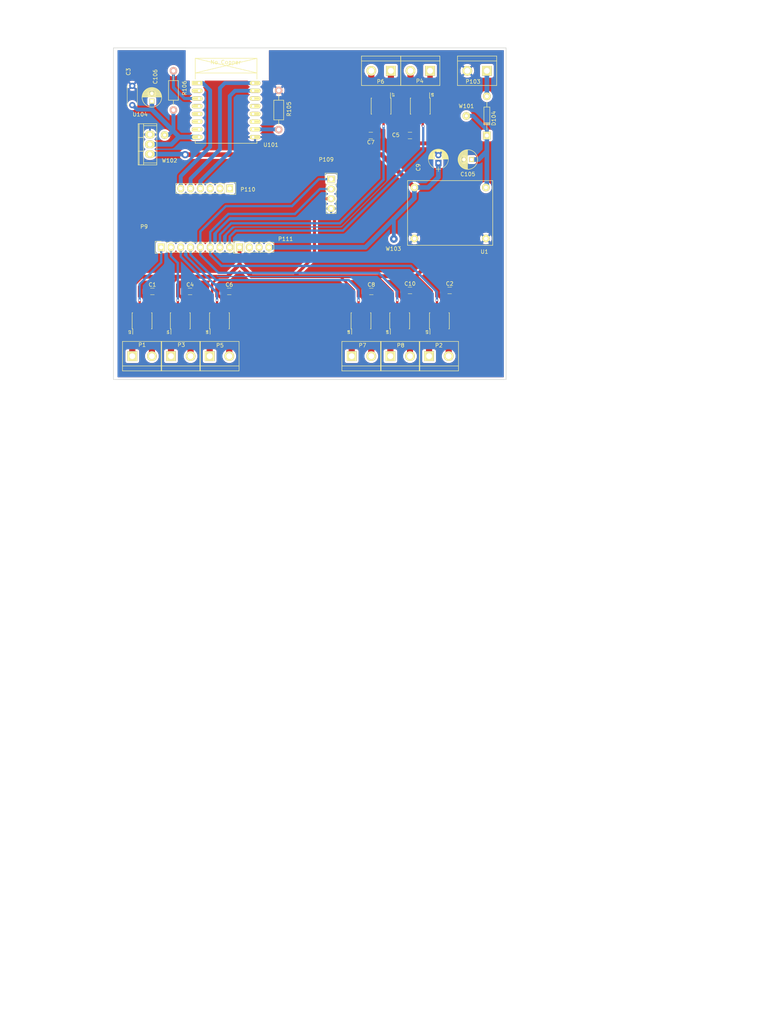
<source format=kicad_pcb>
(kicad_pcb (version 4) (host pcbnew 4.0.7-e2-6376~58~ubuntu16.04.1)
  (layers (0 F.Cu signal) (31 B.Cu signal) (34 B.Paste user) (35 F.Paste user) (36 B.SilkS user) (37 F.SilkS user) (38 B.Mask user) (39 F.Mask user) (44 Edge.Cuts user))
  (net 0 "")
  (net 1 GND)
  (net 2 /e_rx)
  (net 3 /e_tx)
  (net 4 /e_adc)
  (net 5 /e_cpd)
  (net 6 /e_g16)
  (net 7 /e_g14)
  (net 8 /e_g12)
  (net 9 /e_g13)
  (net 10 /e_g15)
  (net 11 /e_g02)
  (net 12 /e_g00)
  (net 13 /e_g04)
  (net 14 /e_g05)
  (net 15 /Ves_3V3)
  (net 16 /Var_8V)
  (net 17 /Vpc_5V)
  (net 18 "Net-(P111-Pad2)")
  (net 19 /e_rst)
  (net 20 "Net-(D104-Pad2)")
  (net 21 /intensidad_2)
  (net 22 /intensidad_8)
  (net 23 /intensidad_3)
  (net 24 /intensidad_4)
  (net 25 /intensidad_1)
  (net 26 /intensidad_7)
  (net 27 "Net-(P110-Pad2)")
  (net 28 /Vmp_12V)
  (net 29 /intensidad_6)
  (net 30 /intensidad_5)
  (net 31 "Net-(C1-Pad1)")
  (net 32 "Net-(P1-Pad1)")
  (net 33 "Net-(P1-Pad2)")
  (net 34 "Net-(P110-Pad1)")
  (net 35 "Net-(P110-Pad3)")
  (net 36 "Net-(C2-Pad1)")
  (net 37 "Net-(C4-Pad1)")
  (net 38 "Net-(C5-Pad1)")
  (net 39 "Net-(C6-Pad1)")
  (net 40 "Net-(C7-Pad1)")
  (net 41 "Net-(C8-Pad1)")
  (net 42 "Net-(C10-Pad1)")
  (net 43 "Net-(P2-Pad1)")
  (net 44 "Net-(P2-Pad2)")
  (net 45 "Net-(P3-Pad1)")
  (net 46 "Net-(P3-Pad2)")
  (net 47 "Net-(P4-Pad1)")
  (net 48 "Net-(P4-Pad2)")
  (net 49 "Net-(P5-Pad1)")
  (net 50 "Net-(P5-Pad2)")
  (net 51 "Net-(P6-Pad1)")
  (net 52 "Net-(P6-Pad2)")
  (net 53 "Net-(P7-Pad1)")
  (net 54 "Net-(P7-Pad2)")
  (net 55 "Net-(P8-Pad1)")
  (net 56 "Net-(P8-Pad2)")
  (module oscar_libreria_huellas:ACS712 (layer F.Cu) (at 157.988 58.674 270)
    (fp_text reference U7 (at -2.921 -3.175 270) (layer F.SilkS) (effects (font (size 0.508 0.508) (thickness 0.127))))
    (fp_text value ACS712 hide)
    (pad 1 smd rect (at -2.7 -1.905 270) (size 1.55 0.6) (layers F.Cu F.Paste F.Mask) (net 51 "Net-(P6-Pad1)"))
    (pad 2 smd rect (at -2.7 -0.635 270) (size 1.55 0.6) (layers F.Cu F.Paste F.Mask) (net 51 "Net-(P6-Pad1)"))
    (pad 3 smd rect (at -2.7 0.635 270) (size 1.55 0.6) (layers F.Cu F.Paste F.Mask) (net 52 "Net-(P6-Pad2)"))
    (pad 4 smd rect (at -2.7 1.905 270) (size 1.55 0.6) (layers F.Cu F.Paste F.Mask) (net 52 "Net-(P6-Pad2)"))
    (pad 5 smd rect (at 2.7 1.905 270) (size 1.55 0.6) (layers F.Cu F.Paste F.Mask) (net 1 GND))
    (pad 6 smd rect (at 2.7 0.635 270) (size 1.55 0.6) (layers F.Cu F.Paste F.Mask) (net 40 "Net-(C7-Pad1)"))
    (pad 7 smd rect (at 2.7 -0.635 270) (size 1.55 0.6) (layers F.Cu F.Paste F.Mask) (net 26 /intensidad_7))
    (pad 8 smd rect (at 2.7 -1.905 270) (size 1.55 0.6) (layers F.Cu F.Paste F.Mask) (net 17 /Vpc_5V))
  )
  (module oscar_libreria_huellas:MP-1584-SD (layer F.Cu) (at 176.022 86.36 180)
    (fp_text reference U1 (at -8.763 -10.033 180) (layer F.SilkS))
    (fp_text value mp-1584)
    (pad 3 thru_hole circle (at 9.398 6.604 180) (size 2 2) (drill 1) (layers *.Cu *.Mask F.SilkS) (net 16 /Var_8V))
    (pad 4 thru_hole circle (at 9.398 -6.604 180) (size 2 2) (drill 1) (layers *.Cu *.Mask F.SilkS) (net 1 GND))
    (pad 2 thru_hole circle (at -9.144 6.604 180) (size 2 2) (drill 1) (layers *.Cu *.Mask F.SilkS) (net 28 /Vmp_12V))
    (pad 1 thru_hole circle (at -9.144 -6.604 180) (size 2 2) (drill 1) (layers *.Cu *.Mask F.SilkS) (net 1 GND))
  )
  (module Connect:bornier2 (layer F.Cu) (at 182.88 49.53 180)
    (fp_text reference P103 (at 1.061 -2.799 180) (layer F.SilkS))
    (fp_text value V_IN)
    (pad 1 thru_hole rect (at -2.54 0 180) (size 2.54 2.54) (drill 1.524) (layers *.Cu *.Mask F.SilkS) (net 20 "Net-(D104-Pad2)"))
    (pad 2 thru_hole circle (at 2.54 0 180) (size 2.54 2.54) (drill 1.524) (layers *.Cu *.Mask F.SilkS) (net 1 GND))
  )
  (module Pin_Headers:Pin_Header_Straight_1x04 (layer F.Cu) (at 121.285 95.25 90)
    (fp_text reference P111 (at 2.159 11.938 180) (layer F.SilkS))
    (fp_text value ARD_ALI_04)
    (pad 1 thru_hole rect (at 0 0 90) (size 2.032 1.7272) (drill 1.016) (layers *.Cu *.Mask F.SilkS) (net 17 /Vpc_5V))
    (pad 2 thru_hole oval (at 0 2.54 90) (size 2.032 1.7272) (drill 1.016) (layers *.Cu *.Mask F.SilkS) (net 18 "Net-(P111-Pad2)"))
    (pad 3 thru_hole oval (at 0 5.08 90) (size 2.032 1.7272) (drill 1.016) (layers *.Cu *.Mask F.SilkS) (net 1 GND))
    (pad 4 thru_hole oval (at 0 7.62 90) (size 2.032 1.7272) (drill 1.016) (layers *.Cu *.Mask F.SilkS) (net 16 /Var_8V))
  )
  (module oscar_libreria_huellas:TO-220-LM117 (layer F.Cu) (at 98.044 68.58 90)
    (fp_text reference U104 (at 7.747 -2.54 180) (layer F.SilkS))
    (fp_text value LM1117)
    (pad VO thru_hole oval (at 0 0 90) (size 2.032 2.54) (drill 1.143) (layers *.Cu *.Mask F.SilkS) (net 15 /Ves_3V3))
    (pad GND thru_hole oval (at 2.54 0 90) (size 2.032 2.54) (drill 1.143) (layers *.Cu *.Mask F.SilkS) (net 1 GND))
    (pad VI thru_hole oval (at -2.54 0 90) (size 2.032 2.54) (drill 1.143) (layers *.Cu *.Mask F.SilkS) (net 16 /Var_8V))
  )
  (module oscar_libreria_huellas:ESP-07v2_pad (layer F.Cu) (at 110.8 52.7)
    (fp_text reference U101 (at 18.613 16.007) (layer F.SilkS))
    (fp_text value ESP-12)
    (fp_text user "No Copper" (at 6.892 -5.4) (layer F.SilkS))
    (pad 1 thru_hole rect (at 0 0) (size 2.8 1.1) (drill 0.65 (offset -0.5 0)) (layers *.Cu *.Mask F.SilkS) (net 19 /e_rst))
    (pad 2 thru_hole oval (at 0 2) (size 2.8 1.1) (drill 0.65 (offset -0.5 0)) (layers *.Cu *.Mask F.SilkS) (net 4 /e_adc))
    (pad 3 thru_hole oval (at 0 4) (size 2.8 1.1) (drill 0.65 (offset -0.5 0)) (layers *.Cu *.Mask F.SilkS) (net 5 /e_cpd))
    (pad 4 thru_hole oval (at 0 6) (size 2.8 1.1) (drill 0.65 (offset -0.5 0)) (layers *.Cu *.Mask F.SilkS) (net 6 /e_g16))
    (pad 5 thru_hole oval (at 0 8) (size 2.8 1.1) (drill 0.65 (offset -0.5 0)) (layers *.Cu *.Mask F.SilkS) (net 7 /e_g14))
    (pad 6 thru_hole oval (at 0 10) (size 2.8 1.1) (drill 0.65 (offset -0.5 0)) (layers *.Cu *.Mask F.SilkS) (net 8 /e_g12))
    (pad 7 thru_hole oval (at 0 12) (size 2.8 1.1) (drill 0.65 (offset -0.5 0)) (layers *.Cu *.Mask F.SilkS) (net 9 /e_g13))
    (pad 8 thru_hole oval (at 0 14) (size 2.8 1.1) (drill 0.65 (offset -0.5 0)) (layers *.Cu *.Mask F.SilkS) (net 15 /Ves_3V3))
    (pad 9 thru_hole oval (at 14 14) (size 2.8 1.1) (drill 0.65 (offset 0.5 0)) (layers *.Cu *.Mask F.SilkS) (net 1 GND))
    (pad 10 thru_hole oval (at 14 12) (size 2.8 1.1) (drill 0.65 (offset 0.5 0)) (layers *.Cu *.Mask F.SilkS) (net 10 /e_g15))
    (pad 11 thru_hole oval (at 14 10) (size 2.8 1.1) (drill 0.65 (offset 0.5 0)) (layers *.Cu *.Mask F.SilkS) (net 11 /e_g02))
    (pad 12 thru_hole oval (at 14 8) (size 2.8 1.1) (drill 0.65 (offset 0.5 0)) (layers *.Cu *.Mask F.SilkS) (net 12 /e_g00))
    (pad 13 thru_hole oval (at 14 6) (size 2.8 1.1) (drill 0.65 (offset 0.5 0)) (layers *.Cu *.Mask F.SilkS) (net 13 /e_g04))
    (pad 14 thru_hole oval (at 14 4) (size 2.8 1.1) (drill 0.65 (offset 0.5 0)) (layers *.Cu *.Mask F.SilkS) (net 14 /e_g05))
    (pad 15 thru_hole oval (at 14 2) (size 2.8 1.1) (drill 0.65 (offset 0.5 0)) (layers *.Cu *.Mask F.SilkS) (net 2 /e_rx))
    (pad 16 thru_hole oval (at 14 0) (size 2.8 1.1) (drill 0.65 (offset 0.5 0)) (layers *.Cu *.Mask F.SilkS) (net 3 /e_tx))
  )
  (module Capacitors_ThroughHole:C_Radial_D5_L11_P2 (layer F.Cu) (at 181.483 72.517 180)
    (fp_text reference C105 (at 1 -3.8 180) (layer F.SilkS))
    (fp_text value 220uF)
    (pad 1 thru_hole rect (at 0 0 180) (size 1.3 1.3) (drill 0.8) (layers *.Cu *.Mask F.SilkS) (net 28 /Vmp_12V))
    (pad 2 thru_hole circle (at 2 0 180) (size 1.3 1.3) (drill 0.8) (layers *.Cu *.Mask F.SilkS) (net 1 GND))
  )
  (module Capacitors_ThroughHole:C_Radial_D5_L11_P2 (layer F.Cu) (at 98.552 57.404 90)
    (fp_text reference C106 (at 6.35 0.889 90) (layer F.SilkS))
    (fp_text value 22uF)
    (pad 1 thru_hole rect (at 0 0 90) (size 1.3 1.3) (drill 0.8) (layers *.Cu *.Mask F.SilkS) (net 15 /Ves_3V3))
    (pad 2 thru_hole circle (at 2 0 90) (size 1.3 1.3) (drill 0.8) (layers *.Cu *.Mask F.SilkS) (net 1 GND))
  )
  (module Diodes_ThroughHole:Diode_DO-35_SOD27_Horizontal_RM10 (layer F.Cu) (at 185.42 66.294 90)
    (fp_text reference D104 (at 4.445 1.778 90) (layer F.SilkS))
    (fp_text value 1N4007)
    (pad 2 thru_hole circle (at 10.16052 -0.00254 270) (size 2 2) (drill 1) (layers *.Cu *.Mask F.SilkS) (net 20 "Net-(D104-Pad2)"))
    (pad 1 thru_hole rect (at 0.00052 -0.00254 270) (size 2 2) (drill 1) (layers *.Cu *.Mask F.SilkS) (net 28 /Vmp_12V))
  )
  (module Connect:bornier2 (layer F.Cu) (at 96.012 123.444)
    (fp_text reference P1 (at 0 -2.921) (layer F.SilkS))
    (fp_text value PINZA_1)
    (pad 1 thru_hole rect (at -2.54 0) (size 2.54 2.54) (drill 1.524) (layers *.Cu *.Mask F.SilkS) (net 32 "Net-(P1-Pad1)"))
    (pad 2 thru_hole circle (at 2.54 0) (size 2.54 2.54) (drill 1.524) (layers *.Cu *.Mask F.SilkS) (net 33 "Net-(P1-Pad2)"))
  )
  (module Pin_Headers:Pin_Header_Straight_1x08 (layer F.Cu) (at 100.965 95.25 90)
    (fp_text reference P9 (at 5.334 -4.445 180) (layer F.SilkS))
    (fp_text value INTENSIDAD)
    (pad 1 thru_hole rect (at 0 0 90) (size 2.032 1.7272) (drill 1.016) (layers *.Cu *.Mask F.SilkS) (net 25 /intensidad_1))
    (pad 2 thru_hole oval (at 0 2.54 90) (size 2.032 1.7272) (drill 1.016) (layers *.Cu *.Mask F.SilkS) (net 21 /intensidad_2))
    (pad 3 thru_hole oval (at 0 5.08 90) (size 2.032 1.7272) (drill 1.016) (layers *.Cu *.Mask F.SilkS) (net 23 /intensidad_3))
    (pad 4 thru_hole oval (at 0 7.62 90) (size 2.032 1.7272) (drill 1.016) (layers *.Cu *.Mask F.SilkS) (net 24 /intensidad_4))
    (pad 5 thru_hole oval (at 0 10.16 90) (size 2.032 1.7272) (drill 1.016) (layers *.Cu *.Mask F.SilkS) (net 30 /intensidad_5))
    (pad 6 thru_hole oval (at 0 12.7 90) (size 2.032 1.7272) (drill 1.016) (layers *.Cu *.Mask F.SilkS) (net 29 /intensidad_6))
    (pad 7 thru_hole oval (at 0 15.24 90) (size 2.032 1.7272) (drill 1.016) (layers *.Cu *.Mask F.SilkS) (net 26 /intensidad_7))
    (pad 8 thru_hole oval (at 0 17.78 90) (size 2.032 1.7272) (drill 1.016) (layers *.Cu *.Mask F.SilkS) (net 22 /intensidad_8))
  )
  (module Pin_Headers:Pin_Header_Straight_1x04 (layer F.Cu) (at 145.034 77.597)
    (fp_text reference P109 (at -1.27 -5.08) (layer F.SilkS))
    (fp_text value LCD_I2C)
    (pad 1 thru_hole rect (at 0 0) (size 2.032 1.7272) (drill 1.016) (layers *.Cu *.Mask F.SilkS) (net 30 /intensidad_5))
    (pad 2 thru_hole oval (at 0 2.54) (size 2.032 1.7272) (drill 1.016) (layers *.Cu *.Mask F.SilkS) (net 29 /intensidad_6))
    (pad 3 thru_hole oval (at 0 5.08) (size 2.032 1.7272) (drill 1.016) (layers *.Cu *.Mask F.SilkS) (net 17 /Vpc_5V))
    (pad 4 thru_hole oval (at 0 7.62) (size 2.032 1.7272) (drill 1.016) (layers *.Cu *.Mask F.SilkS) (net 1 GND))
  )
  (module Pin_Headers:Pin_Header_Straight_1x06 (layer F.Cu) (at 118.745 80.01 270)
    (fp_text reference P110 (at 0.254 -4.699 360) (layer F.SilkS))
    (fp_text value ARD_DI_06)
    (pad 1 thru_hole rect (at 0 0 270) (size 2.032 1.7272) (drill 1.016) (layers *.Cu *.Mask F.SilkS) (net 34 "Net-(P110-Pad1)"))
    (pad 2 thru_hole oval (at 0 2.54 270) (size 2.032 1.7272) (drill 1.016) (layers *.Cu *.Mask F.SilkS) (net 27 "Net-(P110-Pad2)"))
    (pad 3 thru_hole oval (at 0 5.08 270) (size 2.032 1.7272) (drill 1.016) (layers *.Cu *.Mask F.SilkS) (net 35 "Net-(P110-Pad3)"))
    (pad 4 thru_hole oval (at 0 7.62 270) (size 2.032 1.7272) (drill 1.016) (layers *.Cu *.Mask F.SilkS) (net 2 /e_rx))
    (pad 5 thru_hole oval (at 0 10.16 270) (size 2.032 1.7272) (drill 1.016) (layers *.Cu *.Mask F.SilkS) (net 3 /e_tx))
    (pad 6 thru_hole oval (at 0 12.7 270) (size 2.032 1.7272) (drill 1.016) (layers *.Cu *.Mask F.SilkS) (net 19 /e_rst))
  )
  (module Resistors_ThroughHole:Resistor_Horizontal_RM10mm (layer F.Cu) (at 131.445 64.77 90)
    (fp_text reference R105 (at 5.334 2.667 90) (layer F.SilkS))
    (fp_text value 10K)
    (pad 1 thru_hole circle (at 0 0 90) (size 1.99898 1.99898) (drill 1.00076) (layers *.Cu *.SilkS *.Mask) (net 10 /e_g15))
    (pad 2 thru_hole circle (at 10.16 0 90) (size 1.99898 1.99898) (drill 1.00076) (layers *.Cu *.SilkS *.Mask) (net 1 GND))
  )
  (module Resistors_ThroughHole:Resistor_Horizontal_RM10mm (layer F.Cu) (at 104.14 59.69 90)
    (fp_text reference R106 (at 5.69 2.86 270) (layer F.SilkS))
    (fp_text value 10K)
    (pad 1 thru_hole circle (at 0 0 90) (size 1.99898 1.99898) (drill 1.00076) (layers *.Cu *.SilkS *.Mask) (net 15 /Ves_3V3))
    (pad 2 thru_hole circle (at 10.16 0 90) (size 1.99898 1.99898) (drill 1.00076) (layers *.Cu *.SilkS *.Mask) (net 5 /e_cpd))
  )
  (module Wire_Pads:SolderWirePad_single_0-8mmDrill (layer F.Cu) (at 180.086 61.214)
    (fp_text reference W101 (at 0 -2.54) (layer F.SilkS))
    (fp_text value +12V)
    (pad 1 thru_hole circle (at 0 0) (size 1.99898 1.99898) (drill 0.8001) (layers *.Cu *.Mask F.SilkS) (net 28 /Vmp_12V))
  )
  (module Wire_Pads:SolderWirePad_single_0-8mmDrill (layer F.Cu) (at 101.854 66.167)
    (fp_text reference W102 (at 1.27 6.604) (layer F.SilkS))
    (fp_text value +3,3V)
    (pad 1 thru_hole circle (at 0 0) (size 1.99898 1.99898) (drill 0.8001) (layers *.Cu *.Mask F.SilkS) (net 15 /Ves_3V3))
  )
  (module Capacitors_THT:C_Disc_D5.0mm_W2.5mm_P5.00mm (layer F.Cu) (at 93.472 58.42 90)
    (fp_text reference C3 (at 8.636 -1.016 90) (layer F.SilkS))
    (fp_text value 100nF)
    (pad 1 thru_hole circle (at 0 0 90) (size 1.6 1.6) (drill 0.8) (layers *.Cu *.Mask) (net 15 /Ves_3V3))
    (pad 2 thru_hole circle (at 5 0 90) (size 1.6 1.6) (drill 0.8) (layers *.Cu *.Mask) (net 1 GND))
  )
  (module Wire_Pads:SolderWirePad_single_0-8mmDrill (layer F.Cu) (at 161.29 93.091)
    (fp_text reference W103 (at -0.127 2.54) (layer F.SilkS))
    (fp_text value +8V)
    (pad 1 thru_hole circle (at 0 0) (size 1.99898 1.99898) (drill 0.8001) (layers *.Cu *.Mask) (net 16 /Var_8V))
  )
  (module Capacitors_THT:CP_Radial_D5.0mm_P2.00mm (layer F.Cu) (at 172.847 73.406 90)
    (fp_text reference C9 (at -1.143 -5.207 90) (layer F.SilkS))
    (fp_text value 220uF)
    (pad 1 thru_hole rect (at 0 0 90) (size 1.6 1.6) (drill 0.8) (layers *.Cu *.Mask) (net 16 /Var_8V))
    (pad 2 thru_hole circle (at 2 0 90) (size 1.6 1.6) (drill 0.8) (layers *.Cu *.Mask) (net 1 GND))
  )
  (module Capacitors_SMD:C_0805_HandSoldering (layer F.Cu) (at 175.768 106.426)
    (fp_text reference C2 (at 0 -1.75) (layer F.SilkS))
    (fp_text value 1nF)
    (pad 1 smd rect (at -1.25 0) (size 1.5 1.25) (layers F.Cu F.Paste F.Mask) (net 36 "Net-(C2-Pad1)"))
    (pad 2 smd rect (at 1.25 0) (size 1.5 1.25) (layers F.Cu F.Paste F.Mask) (net 1 GND))
  )
  (module Capacitors_SMD:C_0805_HandSoldering (layer F.Cu) (at 108.458 106.68)
    (fp_text reference C4 (at 0 -1.75) (layer F.SilkS))
    (fp_text value 1nF)
    (pad 1 smd rect (at -1.25 0) (size 1.5 1.25) (layers F.Cu F.Paste F.Mask) (net 37 "Net-(C4-Pad1)"))
    (pad 2 smd rect (at 1.25 0) (size 1.5 1.25) (layers F.Cu F.Paste F.Mask) (net 1 GND))
  )
  (module Capacitors_SMD:C_0805_HandSoldering (layer F.Cu) (at 165.481 66.294 180)
    (fp_text reference C5 (at 3.683 0.127 180) (layer F.SilkS))
    (fp_text value 1nF)
    (pad 1 smd rect (at -1.25 0 180) (size 1.5 1.25) (layers F.Cu F.Paste F.Mask) (net 38 "Net-(C5-Pad1)"))
    (pad 2 smd rect (at 1.25 0 180) (size 1.5 1.25) (layers F.Cu F.Paste F.Mask) (net 1 GND))
  )
  (module Capacitors_SMD:C_0805_HandSoldering (layer F.Cu) (at 118.618 106.68)
    (fp_text reference C6 (at 0 -1.75) (layer F.SilkS))
    (fp_text value 1nF)
    (pad 1 smd rect (at -1.25 0) (size 1.5 1.25) (layers F.Cu F.Paste F.Mask) (net 39 "Net-(C6-Pad1)"))
    (pad 2 smd rect (at 1.25 0) (size 1.5 1.25) (layers F.Cu F.Paste F.Mask) (net 1 GND))
  )
  (module Capacitors_SMD:C_0805_HandSoldering (layer F.Cu) (at 155.321 66.294 180)
    (fp_text reference C7 (at 0 -1.75 180) (layer F.SilkS))
    (fp_text value 1nF)
    (pad 1 smd rect (at -1.25 0 180) (size 1.5 1.25) (layers F.Cu F.Paste F.Mask) (net 40 "Net-(C7-Pad1)"))
    (pad 2 smd rect (at 1.25 0 180) (size 1.5 1.25) (layers F.Cu F.Paste F.Mask) (net 1 GND))
  )
  (module Capacitors_SMD:C_0805_HandSoldering (layer F.Cu) (at 155.448 106.68)
    (fp_text reference C8 (at 0 -1.75) (layer F.SilkS))
    (fp_text value 1nF)
    (pad 1 smd rect (at -1.25 0) (size 1.5 1.25) (layers F.Cu F.Paste F.Mask) (net 41 "Net-(C8-Pad1)"))
    (pad 2 smd rect (at 1.25 0) (size 1.5 1.25) (layers F.Cu F.Paste F.Mask) (net 1 GND))
  )
  (module Capacitors_SMD:C_0805_HandSoldering (layer F.Cu) (at 165.481 106.426)
    (fp_text reference C10 (at 0 -1.75) (layer F.SilkS))
    (fp_text value 1nF)
    (pad 1 smd rect (at -1.25 0) (size 1.5 1.25) (layers F.Cu F.Paste F.Mask) (net 42 "Net-(C10-Pad1)"))
    (pad 2 smd rect (at 1.25 0) (size 1.5 1.25) (layers F.Cu F.Paste F.Mask) (net 1 GND))
  )
  (module oscar_libreria_huellas:bornier2 (layer F.Cu) (at 172.974 123.444)
    (fp_text reference P2 (at 0 -2.794) (layer F.SilkS))
    (fp_text value PINZA_6)
    (pad 1 thru_hole rect (at -2.54 0) (size 2.54 2.54) (drill 1.524) (layers *.Cu *.Mask F.SilkS) (net 43 "Net-(P2-Pad1)"))
    (pad 2 thru_hole circle (at 2.54 0) (size 2.54 2.54) (drill 1.524) (layers *.Cu *.Mask F.SilkS) (net 44 "Net-(P2-Pad2)"))
  )
  (module oscar_libreria_huellas:bornier2 (layer F.Cu) (at 106.045 123.444)
    (fp_text reference P3 (at 0.127 -2.921) (layer F.SilkS))
    (fp_text value PINZA_2)
    (pad 1 thru_hole rect (at -2.54 0) (size 2.54 2.54) (drill 1.524) (layers *.Cu *.Mask F.SilkS) (net 45 "Net-(P3-Pad1)"))
    (pad 2 thru_hole circle (at 2.54 0) (size 2.54 2.54) (drill 1.524) (layers *.Cu *.Mask F.SilkS) (net 46 "Net-(P3-Pad2)"))
  )
  (module oscar_libreria_huellas:bornier2 (layer F.Cu) (at 168.148 49.53 180)
    (fp_text reference P4 (at 0.127 -2.667 180) (layer F.SilkS))
    (fp_text value PINZA_8)
    (pad 1 thru_hole rect (at -2.54 0 180) (size 2.54 2.54) (drill 1.524) (layers *.Cu *.Mask F.SilkS) (net 47 "Net-(P4-Pad1)"))
    (pad 2 thru_hole circle (at 2.54 0 180) (size 2.54 2.54) (drill 1.524) (layers *.Cu *.Mask F.SilkS) (net 48 "Net-(P4-Pad2)"))
  )
  (module oscar_libreria_huellas:bornier2 (layer F.Cu) (at 116.078 123.444)
    (fp_text reference P5 (at 0.127 -2.794) (layer F.SilkS))
    (fp_text value PINZA_3)
    (pad 1 thru_hole rect (at -2.54 0) (size 2.54 2.54) (drill 1.524) (layers *.Cu *.Mask F.SilkS) (net 49 "Net-(P5-Pad1)"))
    (pad 2 thru_hole circle (at 2.54 0) (size 2.54 2.54) (drill 1.524) (layers *.Cu *.Mask F.SilkS) (net 50 "Net-(P5-Pad2)"))
  )
  (module oscar_libreria_huellas:bornier2 (layer F.Cu) (at 157.988 49.53 180)
    (fp_text reference P6 (at 0.127 -2.794 180) (layer F.SilkS))
    (fp_text value PINZA_7)
    (pad 1 thru_hole rect (at -2.54 0 180) (size 2.54 2.54) (drill 1.524) (layers *.Cu *.Mask F.SilkS) (net 51 "Net-(P6-Pad1)"))
    (pad 2 thru_hole circle (at 2.54 0 180) (size 2.54 2.54) (drill 1.524) (layers *.Cu *.Mask F.SilkS) (net 52 "Net-(P6-Pad2)"))
  )
  (module oscar_libreria_huellas:bornier2 (layer F.Cu) (at 152.908 123.444)
    (fp_text reference P7 (at 0.254 -2.794) (layer F.SilkS))
    (fp_text value PINZA_4)
    (pad 1 thru_hole rect (at -2.54 0) (size 2.54 2.54) (drill 1.524) (layers *.Cu *.Mask F.SilkS) (net 53 "Net-(P7-Pad1)"))
    (pad 2 thru_hole circle (at 2.54 0) (size 2.54 2.54) (drill 1.524) (layers *.Cu *.Mask F.SilkS) (net 54 "Net-(P7-Pad2)"))
  )
  (module oscar_libreria_huellas:bornier2 (layer F.Cu) (at 162.941 123.444)
    (fp_text reference P8 (at 0.127 -2.794) (layer F.SilkS))
    (fp_text value PINZA_5)
    (pad 1 thru_hole rect (at -2.54 0) (size 2.54 2.54) (drill 1.524) (layers *.Cu *.Mask F.SilkS) (net 55 "Net-(P8-Pad1)"))
    (pad 2 thru_hole circle (at 2.54 0) (size 2.54 2.54) (drill 1.524) (layers *.Cu *.Mask F.SilkS) (net 56 "Net-(P8-Pad2)"))
  )
  (module oscar_libreria_huellas:ACS712 (layer F.Cu) (at 96.012 114.3 90)
    (fp_text reference U2 (at -2.921 -3.175 90) (layer F.SilkS) (effects (font (size 0.508 0.508) (thickness 0.127))))
    (fp_text value ACS712 hide)
    (pad 1 smd rect (at -2.7 -1.905 90) (size 1.55 0.6) (layers F.Cu F.Paste F.Mask) (net 32 "Net-(P1-Pad1)"))
    (pad 2 smd rect (at -2.7 -0.635 90) (size 1.55 0.6) (layers F.Cu F.Paste F.Mask) (net 32 "Net-(P1-Pad1)"))
    (pad 3 smd rect (at -2.7 0.635 90) (size 1.55 0.6) (layers F.Cu F.Paste F.Mask) (net 33 "Net-(P1-Pad2)"))
    (pad 4 smd rect (at -2.7 1.905 90) (size 1.55 0.6) (layers F.Cu F.Paste F.Mask) (net 33 "Net-(P1-Pad2)"))
    (pad 5 smd rect (at 2.7 1.905 90) (size 1.55 0.6) (layers F.Cu F.Paste F.Mask) (net 1 GND))
    (pad 6 smd rect (at 2.7 0.635 90) (size 1.55 0.6) (layers F.Cu F.Paste F.Mask) (net 31 "Net-(C1-Pad1)"))
    (pad 7 smd rect (at 2.7 -0.635 90) (size 1.55 0.6) (layers F.Cu F.Paste F.Mask) (net 25 /intensidad_1))
    (pad 8 smd rect (at 2.7 -1.905 90) (size 1.55 0.6) (layers F.Cu F.Paste F.Mask) (net 17 /Vpc_5V))
  )
  (module oscar_libreria_huellas:ACS712 (layer F.Cu) (at 173.101 114.3 90)
    (fp_text reference U3 (at -2.921 -3.175 90) (layer F.SilkS) (effects (font (size 0.508 0.508) (thickness 0.127))))
    (fp_text value ACS712 hide)
    (pad 1 smd rect (at -2.7 -1.905 90) (size 1.55 0.6) (layers F.Cu F.Paste F.Mask) (net 43 "Net-(P2-Pad1)"))
    (pad 2 smd rect (at -2.7 -0.635 90) (size 1.55 0.6) (layers F.Cu F.Paste F.Mask) (net 43 "Net-(P2-Pad1)"))
    (pad 3 smd rect (at -2.7 0.635 90) (size 1.55 0.6) (layers F.Cu F.Paste F.Mask) (net 44 "Net-(P2-Pad2)"))
    (pad 4 smd rect (at -2.7 1.905 90) (size 1.55 0.6) (layers F.Cu F.Paste F.Mask) (net 44 "Net-(P2-Pad2)"))
    (pad 5 smd rect (at 2.7 1.905 90) (size 1.55 0.6) (layers F.Cu F.Paste F.Mask) (net 1 GND))
    (pad 6 smd rect (at 2.7 0.635 90) (size 1.55 0.6) (layers F.Cu F.Paste F.Mask) (net 36 "Net-(C2-Pad1)"))
    (pad 7 smd rect (at 2.7 -0.635 90) (size 1.55 0.6) (layers F.Cu F.Paste F.Mask) (net 29 /intensidad_6))
    (pad 8 smd rect (at 2.7 -1.905 90) (size 1.55 0.6) (layers F.Cu F.Paste F.Mask) (net 17 /Vpc_5V))
  )
  (module oscar_libreria_huellas:ACS712 (layer F.Cu) (at 105.918 114.3 90)
    (fp_text reference U4 (at -2.921 -3.175 90) (layer F.SilkS) (effects (font (size 0.508 0.508) (thickness 0.127))))
    (fp_text value ACS712 hide)
    (pad 1 smd rect (at -2.7 -1.905 90) (size 1.55 0.6) (layers F.Cu F.Paste F.Mask) (net 45 "Net-(P3-Pad1)"))
    (pad 2 smd rect (at -2.7 -0.635 90) (size 1.55 0.6) (layers F.Cu F.Paste F.Mask) (net 45 "Net-(P3-Pad1)"))
    (pad 3 smd rect (at -2.7 0.635 90) (size 1.55 0.6) (layers F.Cu F.Paste F.Mask) (net 46 "Net-(P3-Pad2)"))
    (pad 4 smd rect (at -2.7 1.905 90) (size 1.55 0.6) (layers F.Cu F.Paste F.Mask) (net 46 "Net-(P3-Pad2)"))
    (pad 5 smd rect (at 2.7 1.905 90) (size 1.55 0.6) (layers F.Cu F.Paste F.Mask) (net 1 GND))
    (pad 6 smd rect (at 2.7 0.635 90) (size 1.55 0.6) (layers F.Cu F.Paste F.Mask) (net 37 "Net-(C4-Pad1)"))
    (pad 7 smd rect (at 2.7 -0.635 90) (size 1.55 0.6) (layers F.Cu F.Paste F.Mask) (net 21 /intensidad_2))
    (pad 8 smd rect (at 2.7 -1.905 90) (size 1.55 0.6) (layers F.Cu F.Paste F.Mask) (net 17 /Vpc_5V))
  )
  (module oscar_libreria_huellas:ACS712 (layer F.Cu) (at 168.148 58.674 270)
    (fp_text reference U5 (at -2.921 -3.175 270) (layer F.SilkS) (effects (font (size 0.508 0.508) (thickness 0.127))))
    (fp_text value ACS712 hide)
    (pad 1 smd rect (at -2.7 -1.905 270) (size 1.55 0.6) (layers F.Cu F.Paste F.Mask) (net 47 "Net-(P4-Pad1)"))
    (pad 2 smd rect (at -2.7 -0.635 270) (size 1.55 0.6) (layers F.Cu F.Paste F.Mask) (net 47 "Net-(P4-Pad1)"))
    (pad 3 smd rect (at -2.7 0.635 270) (size 1.55 0.6) (layers F.Cu F.Paste F.Mask) (net 48 "Net-(P4-Pad2)"))
    (pad 4 smd rect (at -2.7 1.905 270) (size 1.55 0.6) (layers F.Cu F.Paste F.Mask) (net 48 "Net-(P4-Pad2)"))
    (pad 5 smd rect (at 2.7 1.905 270) (size 1.55 0.6) (layers F.Cu F.Paste F.Mask) (net 1 GND))
    (pad 6 smd rect (at 2.7 0.635 270) (size 1.55 0.6) (layers F.Cu F.Paste F.Mask) (net 38 "Net-(C5-Pad1)"))
    (pad 7 smd rect (at 2.7 -0.635 270) (size 1.55 0.6) (layers F.Cu F.Paste F.Mask) (net 22 /intensidad_8))
    (pad 8 smd rect (at 2.7 -1.905 270) (size 1.55 0.6) (layers F.Cu F.Paste F.Mask) (net 17 /Vpc_5V))
  )
  (module oscar_libreria_huellas:ACS712 (layer F.Cu) (at 116.078 114.3 90)
    (fp_text reference U6 (at -2.921 -3.175 90) (layer F.SilkS) (effects (font (size 0.508 0.508) (thickness 0.127))))
    (fp_text value ACS712 hide)
    (pad 1 smd rect (at -2.7 -1.905 90) (size 1.55 0.6) (layers F.Cu F.Paste F.Mask) (net 49 "Net-(P5-Pad1)"))
    (pad 2 smd rect (at -2.7 -0.635 90) (size 1.55 0.6) (layers F.Cu F.Paste F.Mask) (net 49 "Net-(P5-Pad1)"))
    (pad 3 smd rect (at -2.7 0.635 90) (size 1.55 0.6) (layers F.Cu F.Paste F.Mask) (net 50 "Net-(P5-Pad2)"))
    (pad 4 smd rect (at -2.7 1.905 90) (size 1.55 0.6) (layers F.Cu F.Paste F.Mask) (net 50 "Net-(P5-Pad2)"))
    (pad 5 smd rect (at 2.7 1.905 90) (size 1.55 0.6) (layers F.Cu F.Paste F.Mask) (net 1 GND))
    (pad 6 smd rect (at 2.7 0.635 90) (size 1.55 0.6) (layers F.Cu F.Paste F.Mask) (net 39 "Net-(C6-Pad1)"))
    (pad 7 smd rect (at 2.7 -0.635 90) (size 1.55 0.6) (layers F.Cu F.Paste F.Mask) (net 23 /intensidad_3))
    (pad 8 smd rect (at 2.7 -1.905 90) (size 1.55 0.6) (layers F.Cu F.Paste F.Mask) (net 17 /Vpc_5V))
  )
  (module oscar_libreria_huellas:ACS712 (layer F.Cu) (at 152.781 114.3 90)
    (fp_text reference U8 (at -2.921 -3.175 90) (layer F.SilkS) (effects (font (size 0.508 0.508) (thickness 0.127))))
    (fp_text value ACS712 hide)
    (pad 1 smd rect (at -2.7 -1.905 90) (size 1.55 0.6) (layers F.Cu F.Paste F.Mask) (net 53 "Net-(P7-Pad1)"))
    (pad 2 smd rect (at -2.7 -0.635 90) (size 1.55 0.6) (layers F.Cu F.Paste F.Mask) (net 53 "Net-(P7-Pad1)"))
    (pad 3 smd rect (at -2.7 0.635 90) (size 1.55 0.6) (layers F.Cu F.Paste F.Mask) (net 54 "Net-(P7-Pad2)"))
    (pad 4 smd rect (at -2.7 1.905 90) (size 1.55 0.6) (layers F.Cu F.Paste F.Mask) (net 54 "Net-(P7-Pad2)"))
    (pad 5 smd rect (at 2.7 1.905 90) (size 1.55 0.6) (layers F.Cu F.Paste F.Mask) (net 1 GND))
    (pad 6 smd rect (at 2.7 0.635 90) (size 1.55 0.6) (layers F.Cu F.Paste F.Mask) (net 41 "Net-(C8-Pad1)"))
    (pad 7 smd rect (at 2.7 -0.635 90) (size 1.55 0.6) (layers F.Cu F.Paste F.Mask) (net 24 /intensidad_4))
    (pad 8 smd rect (at 2.7 -1.905 90) (size 1.55 0.6) (layers F.Cu F.Paste F.Mask) (net 17 /Vpc_5V))
  )
  (module oscar_libreria_huellas:ACS712 (layer F.Cu) (at 162.814 114.3 90)
    (fp_text reference U9 (at -2.921 -3.175 90) (layer F.SilkS) (effects (font (size 0.508 0.508) (thickness 0.127))))
    (fp_text value ACS712 hide)
    (pad 1 smd rect (at -2.7 -1.905 90) (size 1.55 0.6) (layers F.Cu F.Paste F.Mask) (net 55 "Net-(P8-Pad1)"))
    (pad 2 smd rect (at -2.7 -0.635 90) (size 1.55 0.6) (layers F.Cu F.Paste F.Mask) (net 55 "Net-(P8-Pad1)"))
    (pad 3 smd rect (at -2.7 0.635 90) (size 1.55 0.6) (layers F.Cu F.Paste F.Mask) (net 56 "Net-(P8-Pad2)"))
    (pad 4 smd rect (at -2.7 1.905 90) (size 1.55 0.6) (layers F.Cu F.Paste F.Mask) (net 56 "Net-(P8-Pad2)"))
    (pad 5 smd rect (at 2.7 1.905 90) (size 1.55 0.6) (layers F.Cu F.Paste F.Mask) (net 1 GND))
    (pad 6 smd rect (at 2.7 0.635 90) (size 1.55 0.6) (layers F.Cu F.Paste F.Mask) (net 42 "Net-(C10-Pad1)"))
    (pad 7 smd rect (at 2.7 -0.635 90) (size 1.55 0.6) (layers F.Cu F.Paste F.Mask) (net 30 /intensidad_5))
    (pad 8 smd rect (at 2.7 -1.905 90) (size 1.55 0.6) (layers F.Cu F.Paste F.Mask) (net 17 /Vpc_5V))
  )
  (module Capacitors_SMD:C_0805_HandSoldering (layer F.Cu) (at 98.679 106.68)
    (fp_text reference C1 (at 0 -1.75) (layer F.SilkS))
    (fp_text value 1nF)
    (pad 1 smd rect (at -1.25 0) (size 1.5 1.25) (layers F.Cu F.Paste F.Mask) (net 31 "Net-(C1-Pad1)"))
    (pad 2 smd rect (at 1.25 0) (size 1.5 1.25) (layers F.Cu F.Paste F.Mask) (net 1 GND))
  )
  (gr_line (start 88.6 129.5) (end 88.6 43.6) (angle 90) (layer Edge.Cuts) (width 0.15))
  (gr_line (start 190.4 129.5) (end 88.6 129.5) (angle 90) (layer Edge.Cuts) (width 0.15))
  (gr_line (start 190.4 43.6) (end 190.4 129.5) (angle 90) (layer Edge.Cuts) (width 0.15))
  (gr_line (start 88.6 43.6) (end 190.4 43.6) (angle 90) (layer Edge.Cuts) (width 0.15))
  (segment (start 124.8 54.7) (end 120.105 54.7) (width 1) (layer B.Cu) (net 2))
  (segment (start 120.105 54.7) (end 118.745 56.06) (width 1) (layer B.Cu) (net 2))
  (segment (start 111.125 78.105) (end 111.125 80.01) (width 1) (layer B.Cu) (net 2))
  (segment (start 118.745 70.485) (end 111.125 78.105) (width 1) (layer B.Cu) (net 2))
  (segment (start 118.745 56.06) (end 118.745 70.485) (width 1) (layer B.Cu) (net 2))
  (segment (start 124.8 52.7) (end 117.48 52.7) (width 1) (layer B.Cu) (net 3))
  (segment (start 108.585 77.47) (end 108.585 80.01) (width 1) (layer B.Cu) (net 3))
  (segment (start 116.205 69.85) (end 108.585 77.47) (width 1) (layer B.Cu) (net 3))
  (segment (start 116.205 53.975) (end 116.205 69.85) (width 1) (layer B.Cu) (net 3))
  (segment (start 117.48 52.7) (end 116.205 53.975) (width 1) (layer B.Cu) (net 3))
  (segment (start 104.14 49.53) (end 104.14 53.848) (width 0.8) (layer B.Cu) (net 5))
  (segment (start 106.992 56.7) (end 110.8 56.7) (width 0.8) (layer B.Cu) (net 5))
  (segment (start 104.14 53.848) (end 106.992 56.7) (width 0.8) (layer B.Cu) (net 5))
  (segment (start 124.8 64.7) (end 131.375 64.7) (width 1) (layer B.Cu) (net 10))
  (segment (start 131.375 64.7) (end 131.445 64.77) (width 1) (layer B.Cu) (net 10))
  (segment (start 101.854 66.167) (end 102.87 66.167) (width 1) (layer B.Cu) (net 15))
  (segment (start 102.87 66.167) (end 104.14 64.897) (width 1) (layer B.Cu) (net 15))
  (segment (start 93.472 58.42) (end 93.599 58.42) (width 1) (layer B.Cu) (net 15))
  (segment (start 93.599 58.42) (end 94.742 59.563) (width 1) (layer B.Cu) (net 15))
  (segment (start 94.742 59.563) (end 98.552 59.563) (width 1) (layer B.Cu) (net 15))
  (segment (start 104.14 59.69) (end 104.14 64.897) (width 1) (layer B.Cu) (net 15))
  (segment (start 104.14 64.897) (end 104.14 65.151) (width 1) (layer B.Cu) (net 15))
  (segment (start 104.14 65.151) (end 104.013 65.024) (width 1) (layer B.Cu) (net 15))
  (segment (start 104.013 65.024) (end 104.013 64.897) (width 1) (layer B.Cu) (net 15))
  (segment (start 104.013 64.897) (end 104.013 65.024) (width 1) (layer B.Cu) (net 15))
  (segment (start 98.552 57.404) (end 98.552 59.563) (width 1.2) (layer B.Cu) (net 15))
  (segment (start 98.552 59.563) (end 104.013 65.024) (width 1.2) (layer B.Cu) (net 15))
  (segment (start 104.013 65.024) (end 105.689 66.7) (width 1.2) (layer B.Cu) (net 15))
  (segment (start 98.044 68.58) (end 103.632 68.58) (width 1.2) (layer B.Cu) (net 15))
  (segment (start 105.512 66.7) (end 105.689 66.7) (width 1.2) (layer B.Cu) (net 15))
  (segment (start 105.689 66.7) (end 110.8 66.7) (width 1.2) (layer B.Cu) (net 15))
  (segment (start 103.632 68.58) (end 105.512 66.7) (width 1.2) (layer B.Cu) (net 15))
  (segment (start 104.13 59.7) (end 104.14 59.69) (width 1.2) (layer B.Cu) (net 15))
  (segment (start 110.65 66.6) (end 110.75 66.7) (width 1) (layer B.Cu) (net 15))
  (segment (start 110.65 66.6) (end 110.75 66.7) (width 0.8) (layer B.Cu) (net 15))
  (segment (start 166.624 79.756) (end 158.115 71.247) (width 1.2) (layer F.Cu) (net 16))
  (segment (start 107.061 71.12) (end 98.044 71.12) (width 1.2) (layer B.Cu) (net 16))
  (segment (start 107.188 71.247) (end 107.061 71.12) (width 1.2) (layer B.Cu) (net 16))
  (via (at 107.188 71.247) (size 1.9) (drill 1) (layers F.Cu B.Cu) (net 16))
  (segment (start 158.115 71.247) (end 107.188 71.247) (width 1.2) (layer F.Cu) (net 16))
  (segment (start 161.29 93.091) (end 161.29 87.884) (width 1) (layer B.Cu) (net 16))
  (segment (start 161.29 87.884) (end 161.29 87.757) (width 1) (layer B.Cu) (net 16))
  (segment (start 161.29 87.757) (end 161.29 87.884) (width 1) (layer B.Cu) (net 16))
  (segment (start 166.624 79.756) (end 170.18 79.756) (width 1.2) (layer B.Cu) (net 16))
  (segment (start 172.847 77.089) (end 172.847 73.406) (width 1.2) (layer B.Cu) (net 16))
  (segment (start 170.18 79.756) (end 172.847 77.089) (width 1.2) (layer B.Cu) (net 16))
  (segment (start 166.624 79.756) (end 166.624 82.55) (width 1.2) (layer B.Cu) (net 16))
  (segment (start 153.924 95.25) (end 128.905 95.25) (width 1.2) (layer B.Cu) (net 16))
  (segment (start 166.624 82.55) (end 161.29 87.884) (width 1.2) (layer B.Cu) (net 16))
  (segment (start 161.29 87.884) (end 153.924 95.25) (width 1.2) (layer B.Cu) (net 16))
  (segment (start 145.034 82.677) (end 142.748 82.677) (width 0.8) (layer F.Cu) (net 17))
  (segment (start 140.716 97.536) (end 135.509 102.743) (width 0.8) (layer F.Cu) (net 17))
  (segment (start 140.716 84.709) (end 140.716 97.536) (width 0.8) (layer F.Cu) (net 17))
  (segment (start 142.748 82.677) (end 140.716 84.709) (width 0.8) (layer F.Cu) (net 17))
  (segment (start 170.053 66.548) (end 171.831 68.326) (width 0.6) (layer F.Cu) (net 17))
  (segment (start 170.053 61.374) (end 170.053 66.548) (width 0.6) (layer F.Cu) (net 17))
  (segment (start 171.831 68.326) (end 172.974 68.326) (width 1) (layer F.Cu) (net 17))
  (segment (start 161.544 68.326) (end 171.831 68.326) (width 1) (layer F.Cu) (net 17))
  (segment (start 159.893 66.548) (end 161.544 68.199) (width 0.6) (layer F.Cu) (net 17))
  (segment (start 161.544 68.199) (end 161.544 68.326) (width 0.6) (layer F.Cu) (net 17))
  (segment (start 159.893 61.374) (end 159.893 66.548) (width 0.6) (layer F.Cu) (net 17))
  (segment (start 176.53 93.218) (end 167.005 102.743) (width 1) (layer F.Cu) (net 17))
  (segment (start 176.53 70.485) (end 176.53 93.218) (width 1) (layer F.Cu) (net 17))
  (segment (start 174.371 68.326) (end 176.53 70.485) (width 1) (layer F.Cu) (net 17))
  (segment (start 172.974 68.326) (end 174.371 68.326) (width 1) (layer F.Cu) (net 17))
  (segment (start 114.173 111.6) (end 114.173 104.648) (width 0.6) (layer F.Cu) (net 17))
  (segment (start 114.173 104.648) (end 115.951 102.87) (width 0.6) (layer F.Cu) (net 17))
  (segment (start 104.013 111.6) (end 104.013 104.394) (width 0.6) (layer F.Cu) (net 17))
  (segment (start 104.013 104.394) (end 105.537 102.87) (width 0.6) (layer F.Cu) (net 17))
  (segment (start 94.107 111.6) (end 94.107 104.648) (width 0.6) (layer F.Cu) (net 17))
  (segment (start 118.11 102.87) (end 115.951 102.87) (width 1) (layer F.Cu) (net 17))
  (segment (start 115.951 102.87) (end 105.537 102.87) (width 1) (layer F.Cu) (net 17))
  (segment (start 105.537 102.87) (end 95.885 102.87) (width 1) (layer F.Cu) (net 17))
  (segment (start 95.885 102.87) (end 94.107 104.648) (width 1) (layer F.Cu) (net 17))
  (segment (start 118.11 102.87) (end 121.285 99.695) (width 1) (layer F.Cu) (net 17))
  (segment (start 121.285 95.25) (end 121.285 99.695) (width 1) (layer F.Cu) (net 17))
  (segment (start 150.876 111.6) (end 150.876 106.299) (width 0.6) (layer F.Cu) (net 17))
  (segment (start 150.876 106.299) (end 147.32 102.743) (width 0.6) (layer F.Cu) (net 17))
  (segment (start 160.909 111.6) (end 160.909 106.68) (width 0.6) (layer F.Cu) (net 17))
  (segment (start 160.909 106.68) (end 156.972 102.743) (width 0.6) (layer F.Cu) (net 17))
  (segment (start 156.972 102.743) (end 156.972 102.616) (width 0.6) (layer F.Cu) (net 17))
  (segment (start 156.972 102.616) (end 156.972 102.743) (width 0.6) (layer F.Cu) (net 17))
  (segment (start 170.942 106.68) (end 170.942 106.807) (width 0.6) (layer F.Cu) (net 17))
  (segment (start 121.285 99.695) (end 124.333 102.743) (width 1) (layer F.Cu) (net 17))
  (segment (start 124.333 102.743) (end 135.509 102.743) (width 1) (layer F.Cu) (net 17))
  (segment (start 135.509 102.743) (end 147.32 102.743) (width 1) (layer F.Cu) (net 17))
  (segment (start 147.32 102.743) (end 156.972 102.743) (width 1) (layer F.Cu) (net 17))
  (segment (start 156.972 102.743) (end 167.005 102.743) (width 1) (layer F.Cu) (net 17))
  (segment (start 167.005 102.743) (end 170.942 106.68) (width 1) (layer F.Cu) (net 17))
  (segment (start 171.196 107.061) (end 171.196 111.6) (width 0.6) (layer F.Cu) (net 17))
  (segment (start 170.942 106.807) (end 171.196 107.061) (width 0.6) (layer F.Cu) (net 17))
  (segment (start 110.8 52.7) (end 111.755 52.7) (width 1) (layer B.Cu) (net 19))
  (segment (start 111.755 52.7) (end 113.665 54.61) (width 1) (layer B.Cu) (net 19))
  (segment (start 106.045 76.835) (end 106.045 80.01) (width 1) (layer B.Cu) (net 19))
  (segment (start 113.665 69.215) (end 106.045 76.835) (width 1) (layer B.Cu) (net 19))
  (segment (start 113.665 54.61) (end 113.665 69.215) (width 1) (layer B.Cu) (net 19))
  (segment (start 185.42 49.53) (end 185.42 56.13094) (width 1.2) (layer B.Cu) (net 20))
  (segment (start 185.42 56.13094) (end 185.41746 56.13348) (width 1.2) (layer B.Cu) (net 20))
  (segment (start 105.283 111.6) (end 105.283 108.966) (width 0.6) (layer F.Cu) (net 21))
  (segment (start 103.505 97.536) (end 103.505 95.25) (width 0.6) (layer B.Cu) (net 21))
  (segment (start 105.283 99.314) (end 103.505 97.536) (width 0.6) (layer B.Cu) (net 21))
  (segment (start 105.283 104.902) (end 105.283 99.314) (width 0.6) (layer B.Cu) (net 21))
  (segment (start 105.283 108.966) (end 105.283 104.902) (width 0.6) (layer B.Cu) (net 21))
  (via (at 105.283 108.966) (size 0.6) (drill 0.4) (layers F.Cu B.Cu) (net 21))
  (segment (start 118.745 95.25) (end 118.745 92.456) (width 0.6) (layer B.Cu) (net 22))
  (segment (start 168.783 63.754) (end 168.783 61.374) (width 0.6) (layer F.Cu) (net 22))
  (segment (start 168.91 63.881) (end 168.783 63.754) (width 0.6) (layer F.Cu) (net 22))
  (via (at 168.91 63.881) (size 0.6) (drill 0.4) (layers F.Cu B.Cu) (net 22))
  (segment (start 168.91 70.104) (end 168.91 63.881) (width 0.6) (layer B.Cu) (net 22))
  (segment (start 148.082 90.932) (end 168.91 70.104) (width 0.6) (layer B.Cu) (net 22))
  (segment (start 120.269 90.932) (end 148.082 90.932) (width 0.6) (layer B.Cu) (net 22))
  (segment (start 118.745 92.456) (end 120.269 90.932) (width 0.6) (layer B.Cu) (net 22))
  (segment (start 106.045 95.25) (end 106.045 97.663) (width 0.6) (layer B.Cu) (net 23))
  (segment (start 115.443 108.966) (end 115.443 111.6) (width 0.6) (layer F.Cu) (net 23))
  (via (at 115.443 108.966) (size 0.6) (drill 0.4) (layers F.Cu B.Cu) (net 23))
  (segment (start 115.443 107.061) (end 115.443 108.966) (width 0.6) (layer B.Cu) (net 23))
  (segment (start 106.045 97.663) (end 115.443 107.061) (width 0.6) (layer B.Cu) (net 23))
  (segment (start 106.045 95.504) (end 106.045 95.25) (width 0.6) (layer B.Cu) (net 23))
  (segment (start 108.585 95.25) (end 108.585 97.155) (width 0.6) (layer B.Cu) (net 24))
  (segment (start 152.146 108.966) (end 152.146 111.6) (width 0.6) (layer F.Cu) (net 24))
  (via (at 152.146 108.966) (size 0.6) (drill 0.4) (layers F.Cu B.Cu) (net 24))
  (segment (start 152.146 106.299) (end 152.146 108.966) (width 0.6) (layer B.Cu) (net 24))
  (segment (start 149.606 103.759) (end 152.146 106.299) (width 0.6) (layer B.Cu) (net 24))
  (segment (start 115.189 103.759) (end 149.606 103.759) (width 0.6) (layer B.Cu) (net 24))
  (segment (start 108.585 97.155) (end 115.189 103.759) (width 0.6) (layer B.Cu) (net 24))
  (segment (start 108.585 95.25) (end 108.585 95.885) (width 0.8) (layer B.Cu) (net 24))
  (segment (start 95.377 111.6) (end 95.377 108.966) (width 0.6) (layer F.Cu) (net 25))
  (segment (start 100.965 99.187) (end 100.965 95.25) (width 0.6) (layer B.Cu) (net 25))
  (segment (start 95.377 104.775) (end 100.965 99.187) (width 0.6) (layer B.Cu) (net 25))
  (segment (start 95.377 108.966) (end 95.377 104.775) (width 0.6) (layer B.Cu) (net 25))
  (via (at 95.377 108.966) (size 0.6) (drill 0.4) (layers F.Cu B.Cu) (net 25))
  (segment (start 116.205 95.25) (end 116.205 91.948) (width 0.6) (layer B.Cu) (net 26))
  (segment (start 158.623 63.881) (end 158.623 61.374) (width 0.6) (layer F.Cu) (net 26))
  (via (at 158.623 63.881) (size 0.6) (drill 0.4) (layers F.Cu B.Cu) (net 26))
  (segment (start 158.623 77.724) (end 158.623 63.881) (width 0.6) (layer B.Cu) (net 26))
  (segment (start 147.32 89.027) (end 158.623 77.724) (width 0.6) (layer B.Cu) (net 26))
  (segment (start 119.126 89.027) (end 147.32 89.027) (width 0.6) (layer B.Cu) (net 26))
  (segment (start 116.205 91.948) (end 119.126 89.027) (width 0.6) (layer B.Cu) (net 26))
  (segment (start 180.086 61.214) (end 181.864 61.214) (width 1) (layer B.Cu) (net 28))
  (segment (start 185.41746 64.76746) (end 185.41746 66.29348) (width 1) (layer B.Cu) (net 28))
  (segment (start 181.864 61.214) (end 185.41746 64.76746) (width 1) (layer B.Cu) (net 28))
  (segment (start 181.483 72.517) (end 183.261 72.517) (width 1.2) (layer B.Cu) (net 28))
  (segment (start 183.261 72.517) (end 185.41746 70.36054) (width 1.2) (layer B.Cu) (net 28))
  (segment (start 185.41694 66.294) (end 185.41746 66.29348) (width 1.2) (layer B.Cu) (net 28))
  (segment (start 185.41746 66.29348) (end 185.41746 70.36054) (width 1.2) (layer B.Cu) (net 28))
  (segment (start 185.41746 70.36054) (end 185.41746 79.50454) (width 1.2) (layer B.Cu) (net 28))
  (segment (start 185.41746 79.50454) (end 185.166 79.756) (width 1.2) (layer B.Cu) (net 28))
  (segment (start 113.665 95.25) (end 113.665 91.313) (width 0.6) (layer B.Cu) (net 29))
  (segment (start 142.113 80.137) (end 145.034 80.137) (width 0.6) (layer B.Cu) (net 29))
  (segment (start 135.636 86.614) (end 142.113 80.137) (width 0.6) (layer B.Cu) (net 29))
  (segment (start 118.364 86.614) (end 135.636 86.614) (width 0.6) (layer B.Cu) (net 29))
  (segment (start 113.665 91.313) (end 118.364 86.614) (width 0.6) (layer B.Cu) (net 29))
  (segment (start 113.665 95.25) (end 113.665 97.155) (width 0.6) (layer B.Cu) (net 29))
  (segment (start 172.466 108.966) (end 172.466 111.6) (width 0.6) (layer F.Cu) (net 29))
  (via (at 172.466 108.966) (size 0.6) (drill 0.4) (layers F.Cu B.Cu) (net 29))
  (segment (start 172.466 106.807) (end 172.466 108.966) (width 0.6) (layer B.Cu) (net 29))
  (segment (start 165.735 100.076) (end 172.466 106.807) (width 0.6) (layer B.Cu) (net 29))
  (segment (start 116.586 100.076) (end 165.735 100.076) (width 0.6) (layer B.Cu) (net 29))
  (segment (start 113.665 97.155) (end 116.586 100.076) (width 0.6) (layer B.Cu) (net 29))
  (segment (start 111.125 95.25) (end 111.125 91.186) (width 0.6) (layer B.Cu) (net 30))
  (segment (start 141.859 77.597) (end 145.034 77.597) (width 0.6) (layer B.Cu) (net 30))
  (segment (start 134.874 84.582) (end 141.859 77.597) (width 0.6) (layer B.Cu) (net 30))
  (segment (start 117.729 84.582) (end 134.874 84.582) (width 0.6) (layer B.Cu) (net 30))
  (segment (start 111.125 91.186) (end 117.729 84.582) (width 0.6) (layer B.Cu) (net 30))
  (segment (start 111.125 95.25) (end 111.125 97.155) (width 0.6) (layer B.Cu) (net 30))
  (segment (start 162.179 108.966) (end 162.179 111.6) (width 0.6) (layer F.Cu) (net 30))
  (via (at 162.179 108.966) (size 0.6) (drill 0.4) (layers F.Cu B.Cu) (net 30))
  (segment (start 162.179 106.68) (end 162.179 108.966) (width 0.6) (layer B.Cu) (net 30))
  (segment (start 157.353 101.854) (end 162.179 106.68) (width 0.6) (layer B.Cu) (net 30))
  (segment (start 115.824 101.854) (end 157.353 101.854) (width 0.6) (layer B.Cu) (net 30))
  (segment (start 111.125 97.155) (end 115.824 101.854) (width 0.6) (layer B.Cu) (net 30))
  (segment (start 111.125 95.25) (end 111.125 94.615) (width 1) (layer B.Cu) (net 30))
  (segment (start 96.647 111.6) (end 96.647 109.982) (width 0.6) (layer F.Cu) (net 31))
  (segment (start 97.429 109.2) (end 97.429 106.68) (width 0.6) (layer F.Cu) (net 31))
  (segment (start 96.647 109.982) (end 97.429 109.2) (width 0.6) (layer F.Cu) (net 31))
  (segment (start 94.107 117) (end 95.377 117) (width 0.8) (layer F.Cu) (net 32))
  (segment (start 95.377 117) (end 95.377 117.094) (width 0.6) (layer F.Cu) (net 32))
  (segment (start 95.377 117.094) (end 93.472 118.999) (width 0.6) (layer F.Cu) (net 32))
  (segment (start 93.472 123.444) (end 93.472 118.999) (width 1.6) (layer F.Cu) (net 32))
  (segment (start 93.472 118.999) (end 93.472 117.635) (width 1.6) (layer F.Cu) (net 32))
  (segment (start 93.472 117.635) (end 94.107 117) (width 1.6) (layer F.Cu) (net 32))
  (segment (start 96.647 117) (end 97.917 117) (width 0.8) (layer F.Cu) (net 33))
  (segment (start 96.647 117) (end 96.68 117) (width 0.6) (layer F.Cu) (net 33))
  (segment (start 96.68 117) (end 98.552 118.872) (width 0.6) (layer F.Cu) (net 33))
  (segment (start 98.552 123.444) (end 98.552 118.872) (width 1.6) (layer F.Cu) (net 33))
  (segment (start 98.552 118.872) (end 98.552 117.635) (width 1.6) (layer F.Cu) (net 33))
  (segment (start 98.552 117.635) (end 97.917 117) (width 1.6) (layer F.Cu) (net 33))
  (segment (start 113.665 80.01) (end 113.665 79.375) (width 1) (layer B.Cu) (net 35))
  (segment (start 173.736 111.6) (end 173.736 109.855) (width 0.6) (layer F.Cu) (net 36))
  (segment (start 174.518 109.073) (end 174.518 106.426) (width 0.6) (layer F.Cu) (net 36))
  (segment (start 173.736 109.855) (end 174.518 109.073) (width 0.6) (layer F.Cu) (net 36))
  (segment (start 106.553 111.6) (end 106.553 110.49) (width 0.6) (layer F.Cu) (net 37))
  (segment (start 107.208 109.835) (end 107.208 106.68) (width 0.6) (layer F.Cu) (net 37))
  (segment (start 106.553 110.49) (end 107.208 109.835) (width 0.6) (layer F.Cu) (net 37))
  (segment (start 167.513 61.374) (end 167.513 62.865) (width 0.6) (layer F.Cu) (net 38))
  (segment (start 166.731 63.647) (end 166.731 66.294) (width 0.6) (layer F.Cu) (net 38))
  (segment (start 167.513 62.865) (end 166.731 63.647) (width 0.6) (layer F.Cu) (net 38))
  (segment (start 116.713 111.6) (end 116.713 110.109) (width 0.6) (layer F.Cu) (net 39))
  (segment (start 117.368 109.454) (end 117.368 106.68) (width 0.6) (layer F.Cu) (net 39))
  (segment (start 116.713 110.109) (end 117.368 109.454) (width 0.6) (layer F.Cu) (net 39))
  (segment (start 157.353 61.374) (end 157.353 63.246) (width 0.6) (layer F.Cu) (net 40))
  (segment (start 156.571 64.028) (end 156.571 66.294) (width 0.6) (layer F.Cu) (net 40))
  (segment (start 157.353 63.246) (end 156.571 64.028) (width 0.6) (layer F.Cu) (net 40))
  (segment (start 153.416 111.6) (end 153.416 109.982) (width 0.6) (layer F.Cu) (net 41))
  (segment (start 154.198 109.2) (end 154.198 106.68) (width 0.6) (layer F.Cu) (net 41))
  (segment (start 153.416 109.982) (end 154.198 109.2) (width 0.6) (layer F.Cu) (net 41))
  (segment (start 163.449 111.6) (end 163.449 110.109) (width 0.6) (layer F.Cu) (net 42))
  (segment (start 164.231 109.327) (end 164.231 106.426) (width 0.6) (layer F.Cu) (net 42))
  (segment (start 163.449 110.109) (end 164.231 109.327) (width 0.6) (layer F.Cu) (net 42))
  (segment (start 171.196 117) (end 172.466 117) (width 0.8) (layer F.Cu) (net 43))
  (segment (start 172.466 117) (end 172.466 117.094) (width 0.6) (layer F.Cu) (net 43))
  (segment (start 172.466 117.094) (end 170.434 119.126) (width 0.6) (layer F.Cu) (net 43))
  (segment (start 170.434 123.444) (end 170.434 119.126) (width 1.6) (layer F.Cu) (net 43))
  (segment (start 170.434 119.126) (end 170.434 117.762) (width 1.6) (layer F.Cu) (net 43))
  (segment (start 170.434 117.762) (end 171.196 117) (width 1.6) (layer F.Cu) (net 43))
  (segment (start 173.736 117) (end 175.006 117) (width 0.8) (layer F.Cu) (net 44))
  (segment (start 173.736 117) (end 173.736 117.094) (width 0.6) (layer F.Cu) (net 44))
  (segment (start 173.736 117.094) (end 175.514 118.872) (width 0.6) (layer F.Cu) (net 44))
  (segment (start 175.514 123.444) (end 175.514 118.872) (width 1.6) (layer F.Cu) (net 44))
  (segment (start 175.514 118.872) (end 175.514 117.508) (width 1.6) (layer F.Cu) (net 44))
  (segment (start 175.514 117.508) (end 175.006 117) (width 1.6) (layer F.Cu) (net 44))
  (segment (start 104.013 117) (end 105.283 117) (width 0.8) (layer F.Cu) (net 45))
  (segment (start 105.283 117) (end 105.283 117.094) (width 0.6) (layer F.Cu) (net 45))
  (segment (start 105.283 117.094) (end 103.505 118.872) (width 0.6) (layer F.Cu) (net 45))
  (segment (start 103.505 123.444) (end 103.505 118.872) (width 1.6) (layer F.Cu) (net 45))
  (segment (start 103.505 118.872) (end 103.505 117.508) (width 1.6) (layer F.Cu) (net 45))
  (segment (start 103.505 117.508) (end 104.013 117) (width 1.6) (layer F.Cu) (net 45))
  (segment (start 106.553 117) (end 107.823 117) (width 0.8) (layer F.Cu) (net 46))
  (segment (start 106.553 117) (end 106.586 117) (width 0.6) (layer F.Cu) (net 46))
  (segment (start 106.586 117) (end 108.585 118.999) (width 0.6) (layer F.Cu) (net 46))
  (segment (start 108.585 123.444) (end 108.585 118.999) (width 1.6) (layer F.Cu) (net 46))
  (segment (start 108.585 118.999) (end 108.585 117.762) (width 1.6) (layer F.Cu) (net 46))
  (segment (start 108.585 117.762) (end 107.823 117) (width 1.6) (layer F.Cu) (net 46))
  (segment (start 168.783 55.974) (end 170.053 55.974) (width 0.6) (layer F.Cu) (net 47))
  (segment (start 168.783 55.974) (end 168.783 55.753) (width 0.8) (layer F.Cu) (net 47))
  (segment (start 168.783 55.753) (end 170.688 53.848) (width 0.8) (layer F.Cu) (net 47))
  (segment (start 170.688 53.848) (end 170.688 49.53) (width 0.8) (layer F.Cu) (net 47))
  (segment (start 170.688 49.53) (end 170.688 55.339) (width 1.4) (layer F.Cu) (net 47))
  (segment (start 170.688 55.339) (end 170.053 55.974) (width 1.4) (layer F.Cu) (net 47))
  (segment (start 166.243 55.974) (end 167.513 55.974) (width 0.8) (layer F.Cu) (net 48))
  (segment (start 167.513 55.974) (end 167.513 55.88) (width 0.6) (layer F.Cu) (net 48))
  (segment (start 167.513 55.88) (end 165.608 53.975) (width 0.6) (layer F.Cu) (net 48))
  (segment (start 165.608 49.53) (end 165.608 53.975) (width 1.6) (layer F.Cu) (net 48))
  (segment (start 165.608 53.975) (end 165.608 55.339) (width 1.6) (layer F.Cu) (net 48))
  (segment (start 165.608 55.339) (end 166.243 55.974) (width 1.6) (layer F.Cu) (net 48))
  (segment (start 114.173 117) (end 115.443 117) (width 0.8) (layer F.Cu) (net 49))
  (segment (start 115.443 117) (end 115.41 117) (width 0.6) (layer F.Cu) (net 49))
  (segment (start 115.41 117) (end 113.538 118.872) (width 0.6) (layer F.Cu) (net 49))
  (segment (start 113.538 123.444) (end 113.538 118.872) (width 1.6) (layer F.Cu) (net 49))
  (segment (start 113.538 118.872) (end 113.538 117.635) (width 1.6) (layer F.Cu) (net 49))
  (segment (start 113.538 117.635) (end 114.173 117) (width 1.6) (layer F.Cu) (net 49))
  (segment (start 116.713 117) (end 117.983 117) (width 0.8) (layer F.Cu) (net 50))
  (segment (start 116.713 117) (end 116.713 117.094) (width 0.6) (layer F.Cu) (net 50))
  (segment (start 116.713 117.094) (end 118.618 118.999) (width 0.6) (layer F.Cu) (net 50))
  (segment (start 118.618 123.444) (end 118.618 118.999) (width 1.6) (layer F.Cu) (net 50))
  (segment (start 118.618 118.999) (end 118.618 117.635) (width 1.6) (layer F.Cu) (net 50))
  (segment (start 118.618 117.635) (end 117.983 117) (width 1.6) (layer F.Cu) (net 50))
  (segment (start 158.623 55.974) (end 159.893 55.974) (width 0.8) (layer F.Cu) (net 51))
  (segment (start 158.623 55.974) (end 158.623 55.88) (width 0.6) (layer F.Cu) (net 51))
  (segment (start 158.623 55.88) (end 160.528 53.975) (width 0.6) (layer F.Cu) (net 51))
  (segment (start 160.528 49.53) (end 160.528 53.975) (width 1.6) (layer F.Cu) (net 51))
  (segment (start 160.528 53.975) (end 160.528 55.339) (width 1.6) (layer F.Cu) (net 51))
  (segment (start 160.528 55.339) (end 159.893 55.974) (width 1.6) (layer F.Cu) (net 51))
  (segment (start 156.083 55.974) (end 157.353 55.974) (width 0.8) (layer F.Cu) (net 52))
  (segment (start 157.353 55.974) (end 157.353 55.753) (width 0.6) (layer F.Cu) (net 52))
  (segment (start 157.353 55.753) (end 155.448 53.848) (width 0.6) (layer F.Cu) (net 52))
  (segment (start 155.448 53.848) (end 155.448 49.53) (width 0.6) (layer F.Cu) (net 52))
  (segment (start 155.448 49.53) (end 155.448 55.339) (width 1.6) (layer F.Cu) (net 52))
  (segment (start 155.448 55.339) (end 156.083 55.974) (width 1.6) (layer F.Cu) (net 52))
  (segment (start 150.876 117) (end 152.146 117) (width 0.8) (layer F.Cu) (net 53))
  (segment (start 152.146 117) (end 152.146 117.094) (width 0.6) (layer F.Cu) (net 53))
  (segment (start 152.146 117.094) (end 150.368 118.872) (width 0.6) (layer F.Cu) (net 53))
  (segment (start 150.368 123.444) (end 150.368 118.872) (width 1.6) (layer F.Cu) (net 53))
  (segment (start 150.368 118.872) (end 150.368 117.508) (width 1.6) (layer F.Cu) (net 53))
  (segment (start 150.368 117.508) (end 150.876 117) (width 1.6) (layer F.Cu) (net 53))
  (segment (start 153.416 117) (end 154.686 117) (width 0.8) (layer F.Cu) (net 54))
  (segment (start 153.416 117) (end 153.416 117.094) (width 0.6) (layer F.Cu) (net 54))
  (segment (start 153.416 117.094) (end 155.448 119.126) (width 0.6) (layer F.Cu) (net 54))
  (segment (start 155.448 123.444) (end 155.448 119.126) (width 1.6) (layer F.Cu) (net 54))
  (segment (start 155.448 119.126) (end 155.448 117.762) (width 1.6) (layer F.Cu) (net 54))
  (segment (start 155.448 117.762) (end 154.686 117) (width 1.6) (layer F.Cu) (net 54))
  (segment (start 160.909 117) (end 162.179 117) (width 0.8) (layer F.Cu) (net 55))
  (segment (start 162.179 117) (end 162.179 117.094) (width 0.6) (layer F.Cu) (net 55))
  (segment (start 162.179 117.094) (end 160.401 118.872) (width 0.6) (layer F.Cu) (net 55))
  (segment (start 160.401 123.444) (end 160.401 118.872) (width 1.6) (layer F.Cu) (net 55))
  (segment (start 160.401 118.872) (end 160.401 117.508) (width 1.6) (layer F.Cu) (net 55))
  (segment (start 160.401 117.508) (end 160.909 117) (width 1.6) (layer F.Cu) (net 55))
  (segment (start 163.449 117) (end 164.719 117) (width 0.8) (layer F.Cu) (net 56))
  (segment (start 163.449 117) (end 163.482 117) (width 0.6) (layer F.Cu) (net 56))
  (segment (start 163.482 117) (end 165.481 118.999) (width 0.6) (layer F.Cu) (net 56))
  (segment (start 165.481 118.999) (end 165.481 118.872) (width 0.6) (layer F.Cu) (net 56))
  (segment (start 165.481 123.444) (end 165.481 118.872) (width 1.6) (layer F.Cu) (net 56))
  (segment (start 165.481 118.872) (end 165.481 117.762) (width 1.6) (layer F.Cu) (net 56))
  (segment (start 165.481 117.762) (end 164.719 117) (width 1.6) (layer F.Cu) (net 56))
  (zone (net 1) (net_name GND) (layer B.Cu) (connect_pads (clearance 0.508)) (min_thickness 0.254) (fill yes (arc_segments 16) (thermal_gap 0.508) (thermal_bridge_width 0.508))
    (polygon (pts (xy 89.635 44.025) (xy 190.635 44.025) (xy 190.635 129.125) (xy 89.635 129.125)))
  )
  (zone (net 0) (net_name "") (layer B.Cu) (connect_pads (clearance 0.508)) (min_thickness 0.254)
    (keepout (tracks not_allowed) (vias not_allowed) (copperpour not_allowed))
    (fill (arc_segments 16) (thermal_gap 0.508) (thermal_bridge_width 0.508))
    (polygon (pts (xy 109.22 41.275) (xy 128.905 41.275) (xy 128.905 52.07) (xy 107.315 52.07) (xy 107.315 41.275)))
  )
  (zone (net 1) (net_name GND) (layer F.Cu) (connect_pads (clearance 0.508)) (min_thickness 0.254) (fill yes (arc_segments 16) (thermal_gap 0.508) (thermal_bridge_width 0.508))
    (polygon (pts (xy 190.119 129.159) (xy 89.662 129.159) (xy 89.662 44.069) (xy 190.119 44.069)))
  )
  (zone (net 0) (net_name "") (layer F.Cu) (connect_pads (clearance 0.508)) (min_thickness 0.254)
    (keepout (tracks not_allowed) (vias not_allowed) (copperpour not_allowed))
    (fill (arc_segments 16) (thermal_gap 0.508) (thermal_bridge_width 0.508))
    (polygon (pts (xy 107.315 52.07) (xy 128.905 52.07) (xy 128.905 41.91) (xy 107.315 41.91)))
  )
)
</source>
